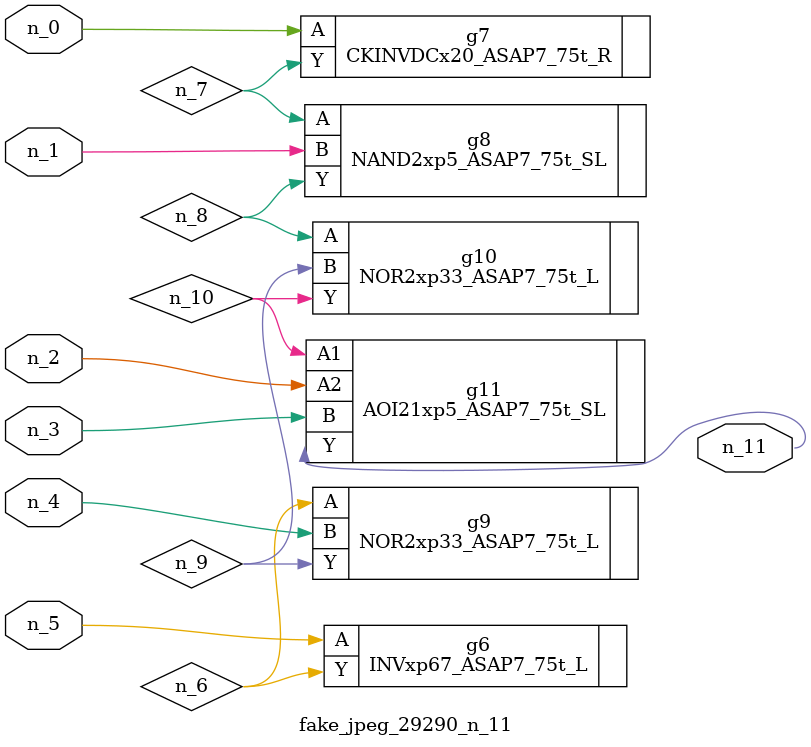
<source format=v>
module fake_jpeg_29290_n_11 (n_3, n_2, n_1, n_0, n_4, n_5, n_11);

input n_3;
input n_2;
input n_1;
input n_0;
input n_4;
input n_5;

output n_11;

wire n_10;
wire n_8;
wire n_9;
wire n_6;
wire n_7;

INVxp67_ASAP7_75t_L g6 ( 
.A(n_5),
.Y(n_6)
);

CKINVDCx20_ASAP7_75t_R g7 ( 
.A(n_0),
.Y(n_7)
);

NAND2xp5_ASAP7_75t_SL g8 ( 
.A(n_7),
.B(n_1),
.Y(n_8)
);

NOR2xp33_ASAP7_75t_L g10 ( 
.A(n_8),
.B(n_9),
.Y(n_10)
);

NOR2xp33_ASAP7_75t_L g9 ( 
.A(n_6),
.B(n_4),
.Y(n_9)
);

AOI21xp5_ASAP7_75t_SL g11 ( 
.A1(n_10),
.A2(n_2),
.B(n_3),
.Y(n_11)
);


endmodule
</source>
